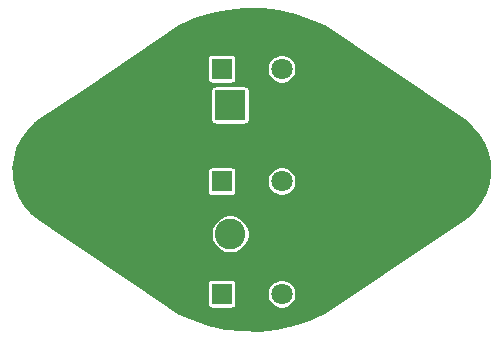
<source format=gbr>
G04 #@! TF.GenerationSoftware,KiCad,Pcbnew,(5.1.2)-1*
G04 #@! TF.CreationDate,2020-04-06T18:09:32-04:00*
G04 #@! TF.ProjectId,LM323K,4c4d3332-334b-42e6-9b69-6361645f7063,rev?*
G04 #@! TF.SameCoordinates,Original*
G04 #@! TF.FileFunction,Copper,L2,Bot*
G04 #@! TF.FilePolarity,Positive*
%FSLAX46Y46*%
G04 Gerber Fmt 4.6, Leading zero omitted, Abs format (unit mm)*
G04 Created by KiCad (PCBNEW (5.1.2)-1) date 2020-04-06 18:09:32*
%MOMM*%
%LPD*%
G04 APERTURE LIST*
%ADD10R,2.600000X2.600000*%
%ADD11C,2.600000*%
%ADD12C,6.350000*%
%ADD13R,1.800000X1.800000*%
%ADD14C,1.800000*%
%ADD15C,3.000000*%
%ADD16C,0.800000*%
%ADD17C,0.234000*%
G04 APERTURE END LIST*
D10*
X93678330Y-51708226D03*
D11*
X93678330Y-62628226D03*
D12*
X80378330Y-57158226D03*
X110578330Y-57158226D03*
D13*
X92964000Y-48641000D03*
D14*
X95504000Y-48641000D03*
X98044000Y-48641000D03*
X98044000Y-58166000D03*
X95504000Y-58166000D03*
D13*
X92964000Y-58166000D03*
D14*
X98044000Y-67691000D03*
X95504000Y-67691000D03*
D13*
X92964000Y-67691000D03*
D15*
X106680000Y-50165000D03*
X106680000Y-64135000D03*
D16*
X102895400Y-66802000D03*
X102870000Y-56489600D03*
X102816727Y-47952707D03*
D17*
G36*
X96344888Y-43609217D02*
G01*
X97779757Y-43778017D01*
X99188553Y-44098332D01*
X100556751Y-44567024D01*
X101610974Y-45048785D01*
X113452748Y-53009642D01*
X114119007Y-53563021D01*
X114674142Y-54210987D01*
X115112165Y-54943224D01*
X115420550Y-55738789D01*
X115590483Y-56574951D01*
X115617103Y-57427780D01*
X115499648Y-58272912D01*
X115241479Y-59086163D01*
X114849977Y-59844288D01*
X114336333Y-60525615D01*
X113709472Y-61116086D01*
X113373313Y-61360212D01*
X101614411Y-69265357D01*
X100356939Y-69828101D01*
X98982961Y-70274785D01*
X97569298Y-70572934D01*
X96131958Y-70719174D01*
X94687222Y-70711849D01*
X93251433Y-70551040D01*
X91840870Y-70238571D01*
X90470088Y-69777504D01*
X89361711Y-69278439D01*
X85661645Y-66791000D01*
X91711302Y-66791000D01*
X91711302Y-68591000D01*
X91718079Y-68659808D01*
X91738150Y-68725972D01*
X91770742Y-68786949D01*
X91814605Y-68840395D01*
X91868051Y-68884258D01*
X91929028Y-68916850D01*
X91995192Y-68936921D01*
X92064000Y-68943698D01*
X93864000Y-68943698D01*
X93932808Y-68936921D01*
X93998972Y-68916850D01*
X94059949Y-68884258D01*
X94113395Y-68840395D01*
X94157258Y-68786949D01*
X94189850Y-68725972D01*
X94209921Y-68659808D01*
X94216698Y-68591000D01*
X94216698Y-67567787D01*
X96793000Y-67567787D01*
X96793000Y-67814213D01*
X96841075Y-68055903D01*
X96935378Y-68283571D01*
X97072285Y-68488466D01*
X97246534Y-68662715D01*
X97451429Y-68799622D01*
X97679097Y-68893925D01*
X97920787Y-68942000D01*
X98167213Y-68942000D01*
X98408903Y-68893925D01*
X98636571Y-68799622D01*
X98841466Y-68662715D01*
X99015715Y-68488466D01*
X99152622Y-68283571D01*
X99246925Y-68055903D01*
X99295000Y-67814213D01*
X99295000Y-67567787D01*
X99246925Y-67326097D01*
X99152622Y-67098429D01*
X99015715Y-66893534D01*
X98841466Y-66719285D01*
X98636571Y-66582378D01*
X98408903Y-66488075D01*
X98167213Y-66440000D01*
X97920787Y-66440000D01*
X97679097Y-66488075D01*
X97451429Y-66582378D01*
X97246534Y-66719285D01*
X97072285Y-66893534D01*
X96935378Y-67098429D01*
X96841075Y-67326097D01*
X96793000Y-67567787D01*
X94216698Y-67567787D01*
X94216698Y-66791000D01*
X94209921Y-66722192D01*
X94189850Y-66656028D01*
X94157258Y-66595051D01*
X94113395Y-66541605D01*
X94059949Y-66497742D01*
X93998972Y-66465150D01*
X93932808Y-66445079D01*
X93864000Y-66438302D01*
X92064000Y-66438302D01*
X91995192Y-66445079D01*
X91929028Y-66465150D01*
X91868051Y-66497742D01*
X91814605Y-66541605D01*
X91770742Y-66595051D01*
X91738150Y-66656028D01*
X91718079Y-66722192D01*
X91711302Y-66791000D01*
X85661645Y-66791000D01*
X79227637Y-62465617D01*
X92027330Y-62465617D01*
X92027330Y-62790835D01*
X92090777Y-63109805D01*
X92215233Y-63410268D01*
X92395915Y-63680677D01*
X92625879Y-63910641D01*
X92896288Y-64091323D01*
X93196751Y-64215779D01*
X93515721Y-64279226D01*
X93840939Y-64279226D01*
X94159909Y-64215779D01*
X94460372Y-64091323D01*
X94730781Y-63910641D01*
X94960745Y-63680677D01*
X95141427Y-63410268D01*
X95265883Y-63109805D01*
X95329330Y-62790835D01*
X95329330Y-62465617D01*
X95265883Y-62146647D01*
X95141427Y-61846184D01*
X94960745Y-61575775D01*
X94730781Y-61345811D01*
X94460372Y-61165129D01*
X94159909Y-61040673D01*
X93840939Y-60977226D01*
X93515721Y-60977226D01*
X93196751Y-61040673D01*
X92896288Y-61165129D01*
X92625879Y-61345811D01*
X92395915Y-61575775D01*
X92215233Y-61846184D01*
X92090777Y-62146647D01*
X92027330Y-62465617D01*
X79227637Y-62465617D01*
X77597662Y-61369836D01*
X76921697Y-60834308D01*
X76351730Y-60199342D01*
X75896903Y-59477428D01*
X75570209Y-58689196D01*
X75380997Y-57857193D01*
X75348853Y-57266000D01*
X91711302Y-57266000D01*
X91711302Y-59066000D01*
X91718079Y-59134808D01*
X91738150Y-59200972D01*
X91770742Y-59261949D01*
X91814605Y-59315395D01*
X91868051Y-59359258D01*
X91929028Y-59391850D01*
X91995192Y-59411921D01*
X92064000Y-59418698D01*
X93864000Y-59418698D01*
X93932808Y-59411921D01*
X93998972Y-59391850D01*
X94059949Y-59359258D01*
X94113395Y-59315395D01*
X94157258Y-59261949D01*
X94189850Y-59200972D01*
X94209921Y-59134808D01*
X94216698Y-59066000D01*
X94216698Y-58042787D01*
X96793000Y-58042787D01*
X96793000Y-58289213D01*
X96841075Y-58530903D01*
X96935378Y-58758571D01*
X97072285Y-58963466D01*
X97246534Y-59137715D01*
X97451429Y-59274622D01*
X97679097Y-59368925D01*
X97920787Y-59417000D01*
X98167213Y-59417000D01*
X98408903Y-59368925D01*
X98636571Y-59274622D01*
X98841466Y-59137715D01*
X99015715Y-58963466D01*
X99152622Y-58758571D01*
X99246925Y-58530903D01*
X99295000Y-58289213D01*
X99295000Y-58042787D01*
X99246925Y-57801097D01*
X99152622Y-57573429D01*
X99015715Y-57368534D01*
X98841466Y-57194285D01*
X98636571Y-57057378D01*
X98408903Y-56963075D01*
X98167213Y-56915000D01*
X97920787Y-56915000D01*
X97679097Y-56963075D01*
X97451429Y-57057378D01*
X97246534Y-57194285D01*
X97072285Y-57368534D01*
X96935378Y-57573429D01*
X96841075Y-57801097D01*
X96793000Y-58042787D01*
X94216698Y-58042787D01*
X94216698Y-57266000D01*
X94209921Y-57197192D01*
X94189850Y-57131028D01*
X94157258Y-57070051D01*
X94113395Y-57016605D01*
X94059949Y-56972742D01*
X93998972Y-56940150D01*
X93932808Y-56920079D01*
X93864000Y-56913302D01*
X92064000Y-56913302D01*
X91995192Y-56920079D01*
X91929028Y-56940150D01*
X91868051Y-56972742D01*
X91814605Y-57016605D01*
X91770742Y-57070051D01*
X91738150Y-57131028D01*
X91718079Y-57197192D01*
X91711302Y-57266000D01*
X75348853Y-57266000D01*
X75334673Y-57005203D01*
X75432563Y-56157589D01*
X75671867Y-55338586D01*
X76045744Y-54571607D01*
X76543502Y-53878593D01*
X77156546Y-53273793D01*
X77497378Y-53014034D01*
X81373517Y-50408226D01*
X92025632Y-50408226D01*
X92025632Y-53008226D01*
X92032409Y-53077034D01*
X92052480Y-53143198D01*
X92085072Y-53204175D01*
X92128935Y-53257621D01*
X92182381Y-53301484D01*
X92243358Y-53334076D01*
X92309522Y-53354147D01*
X92378330Y-53360924D01*
X94978330Y-53360924D01*
X95047138Y-53354147D01*
X95113302Y-53334076D01*
X95174279Y-53301484D01*
X95227725Y-53257621D01*
X95271588Y-53204175D01*
X95304180Y-53143198D01*
X95324251Y-53077034D01*
X95331028Y-53008226D01*
X95331028Y-50408226D01*
X95324251Y-50339418D01*
X95304180Y-50273254D01*
X95271588Y-50212277D01*
X95227725Y-50158831D01*
X95174279Y-50114968D01*
X95113302Y-50082376D01*
X95047138Y-50062305D01*
X94978330Y-50055528D01*
X92378330Y-50055528D01*
X92309522Y-50062305D01*
X92243358Y-50082376D01*
X92182381Y-50114968D01*
X92128935Y-50158831D01*
X92085072Y-50212277D01*
X92052480Y-50273254D01*
X92032409Y-50339418D01*
X92025632Y-50408226D01*
X81373517Y-50408226D01*
X85341017Y-47741000D01*
X91711302Y-47741000D01*
X91711302Y-49541000D01*
X91718079Y-49609808D01*
X91738150Y-49675972D01*
X91770742Y-49736949D01*
X91814605Y-49790395D01*
X91868051Y-49834258D01*
X91929028Y-49866850D01*
X91995192Y-49886921D01*
X92064000Y-49893698D01*
X93864000Y-49893698D01*
X93932808Y-49886921D01*
X93998972Y-49866850D01*
X94059949Y-49834258D01*
X94113395Y-49790395D01*
X94157258Y-49736949D01*
X94189850Y-49675972D01*
X94209921Y-49609808D01*
X94216698Y-49541000D01*
X94216698Y-48517787D01*
X96793000Y-48517787D01*
X96793000Y-48764213D01*
X96841075Y-49005903D01*
X96935378Y-49233571D01*
X97072285Y-49438466D01*
X97246534Y-49612715D01*
X97451429Y-49749622D01*
X97679097Y-49843925D01*
X97920787Y-49892000D01*
X98167213Y-49892000D01*
X98408903Y-49843925D01*
X98636571Y-49749622D01*
X98841466Y-49612715D01*
X99015715Y-49438466D01*
X99152622Y-49233571D01*
X99246925Y-49005903D01*
X99295000Y-48764213D01*
X99295000Y-48517787D01*
X99246925Y-48276097D01*
X99152622Y-48048429D01*
X99015715Y-47843534D01*
X98841466Y-47669285D01*
X98636571Y-47532378D01*
X98408903Y-47438075D01*
X98167213Y-47390000D01*
X97920787Y-47390000D01*
X97679097Y-47438075D01*
X97451429Y-47532378D01*
X97246534Y-47669285D01*
X97072285Y-47843534D01*
X96935378Y-48048429D01*
X96841075Y-48276097D01*
X96793000Y-48517787D01*
X94216698Y-48517787D01*
X94216698Y-47741000D01*
X94209921Y-47672192D01*
X94189850Y-47606028D01*
X94157258Y-47545051D01*
X94113395Y-47491605D01*
X94059949Y-47447742D01*
X93998972Y-47415150D01*
X93932808Y-47395079D01*
X93864000Y-47388302D01*
X92064000Y-47388302D01*
X91995192Y-47395079D01*
X91929028Y-47415150D01*
X91868051Y-47447742D01*
X91814605Y-47491605D01*
X91770742Y-47545051D01*
X91738150Y-47606028D01*
X91718079Y-47672192D01*
X91711302Y-47741000D01*
X85341017Y-47741000D01*
X89360475Y-45038844D01*
X90670331Y-44461388D01*
X92046776Y-44022359D01*
X93462075Y-43732084D01*
X94900205Y-43593849D01*
X96344888Y-43609217D01*
X96344888Y-43609217D01*
G37*
X96344888Y-43609217D02*
X97779757Y-43778017D01*
X99188553Y-44098332D01*
X100556751Y-44567024D01*
X101610974Y-45048785D01*
X113452748Y-53009642D01*
X114119007Y-53563021D01*
X114674142Y-54210987D01*
X115112165Y-54943224D01*
X115420550Y-55738789D01*
X115590483Y-56574951D01*
X115617103Y-57427780D01*
X115499648Y-58272912D01*
X115241479Y-59086163D01*
X114849977Y-59844288D01*
X114336333Y-60525615D01*
X113709472Y-61116086D01*
X113373313Y-61360212D01*
X101614411Y-69265357D01*
X100356939Y-69828101D01*
X98982961Y-70274785D01*
X97569298Y-70572934D01*
X96131958Y-70719174D01*
X94687222Y-70711849D01*
X93251433Y-70551040D01*
X91840870Y-70238571D01*
X90470088Y-69777504D01*
X89361711Y-69278439D01*
X85661645Y-66791000D01*
X91711302Y-66791000D01*
X91711302Y-68591000D01*
X91718079Y-68659808D01*
X91738150Y-68725972D01*
X91770742Y-68786949D01*
X91814605Y-68840395D01*
X91868051Y-68884258D01*
X91929028Y-68916850D01*
X91995192Y-68936921D01*
X92064000Y-68943698D01*
X93864000Y-68943698D01*
X93932808Y-68936921D01*
X93998972Y-68916850D01*
X94059949Y-68884258D01*
X94113395Y-68840395D01*
X94157258Y-68786949D01*
X94189850Y-68725972D01*
X94209921Y-68659808D01*
X94216698Y-68591000D01*
X94216698Y-67567787D01*
X96793000Y-67567787D01*
X96793000Y-67814213D01*
X96841075Y-68055903D01*
X96935378Y-68283571D01*
X97072285Y-68488466D01*
X97246534Y-68662715D01*
X97451429Y-68799622D01*
X97679097Y-68893925D01*
X97920787Y-68942000D01*
X98167213Y-68942000D01*
X98408903Y-68893925D01*
X98636571Y-68799622D01*
X98841466Y-68662715D01*
X99015715Y-68488466D01*
X99152622Y-68283571D01*
X99246925Y-68055903D01*
X99295000Y-67814213D01*
X99295000Y-67567787D01*
X99246925Y-67326097D01*
X99152622Y-67098429D01*
X99015715Y-66893534D01*
X98841466Y-66719285D01*
X98636571Y-66582378D01*
X98408903Y-66488075D01*
X98167213Y-66440000D01*
X97920787Y-66440000D01*
X97679097Y-66488075D01*
X97451429Y-66582378D01*
X97246534Y-66719285D01*
X97072285Y-66893534D01*
X96935378Y-67098429D01*
X96841075Y-67326097D01*
X96793000Y-67567787D01*
X94216698Y-67567787D01*
X94216698Y-66791000D01*
X94209921Y-66722192D01*
X94189850Y-66656028D01*
X94157258Y-66595051D01*
X94113395Y-66541605D01*
X94059949Y-66497742D01*
X93998972Y-66465150D01*
X93932808Y-66445079D01*
X93864000Y-66438302D01*
X92064000Y-66438302D01*
X91995192Y-66445079D01*
X91929028Y-66465150D01*
X91868051Y-66497742D01*
X91814605Y-66541605D01*
X91770742Y-66595051D01*
X91738150Y-66656028D01*
X91718079Y-66722192D01*
X91711302Y-66791000D01*
X85661645Y-66791000D01*
X79227637Y-62465617D01*
X92027330Y-62465617D01*
X92027330Y-62790835D01*
X92090777Y-63109805D01*
X92215233Y-63410268D01*
X92395915Y-63680677D01*
X92625879Y-63910641D01*
X92896288Y-64091323D01*
X93196751Y-64215779D01*
X93515721Y-64279226D01*
X93840939Y-64279226D01*
X94159909Y-64215779D01*
X94460372Y-64091323D01*
X94730781Y-63910641D01*
X94960745Y-63680677D01*
X95141427Y-63410268D01*
X95265883Y-63109805D01*
X95329330Y-62790835D01*
X95329330Y-62465617D01*
X95265883Y-62146647D01*
X95141427Y-61846184D01*
X94960745Y-61575775D01*
X94730781Y-61345811D01*
X94460372Y-61165129D01*
X94159909Y-61040673D01*
X93840939Y-60977226D01*
X93515721Y-60977226D01*
X93196751Y-61040673D01*
X92896288Y-61165129D01*
X92625879Y-61345811D01*
X92395915Y-61575775D01*
X92215233Y-61846184D01*
X92090777Y-62146647D01*
X92027330Y-62465617D01*
X79227637Y-62465617D01*
X77597662Y-61369836D01*
X76921697Y-60834308D01*
X76351730Y-60199342D01*
X75896903Y-59477428D01*
X75570209Y-58689196D01*
X75380997Y-57857193D01*
X75348853Y-57266000D01*
X91711302Y-57266000D01*
X91711302Y-59066000D01*
X91718079Y-59134808D01*
X91738150Y-59200972D01*
X91770742Y-59261949D01*
X91814605Y-59315395D01*
X91868051Y-59359258D01*
X91929028Y-59391850D01*
X91995192Y-59411921D01*
X92064000Y-59418698D01*
X93864000Y-59418698D01*
X93932808Y-59411921D01*
X93998972Y-59391850D01*
X94059949Y-59359258D01*
X94113395Y-59315395D01*
X94157258Y-59261949D01*
X94189850Y-59200972D01*
X94209921Y-59134808D01*
X94216698Y-59066000D01*
X94216698Y-58042787D01*
X96793000Y-58042787D01*
X96793000Y-58289213D01*
X96841075Y-58530903D01*
X96935378Y-58758571D01*
X97072285Y-58963466D01*
X97246534Y-59137715D01*
X97451429Y-59274622D01*
X97679097Y-59368925D01*
X97920787Y-59417000D01*
X98167213Y-59417000D01*
X98408903Y-59368925D01*
X98636571Y-59274622D01*
X98841466Y-59137715D01*
X99015715Y-58963466D01*
X99152622Y-58758571D01*
X99246925Y-58530903D01*
X99295000Y-58289213D01*
X99295000Y-58042787D01*
X99246925Y-57801097D01*
X99152622Y-57573429D01*
X99015715Y-57368534D01*
X98841466Y-57194285D01*
X98636571Y-57057378D01*
X98408903Y-56963075D01*
X98167213Y-56915000D01*
X97920787Y-56915000D01*
X97679097Y-56963075D01*
X97451429Y-57057378D01*
X97246534Y-57194285D01*
X97072285Y-57368534D01*
X96935378Y-57573429D01*
X96841075Y-57801097D01*
X96793000Y-58042787D01*
X94216698Y-58042787D01*
X94216698Y-57266000D01*
X94209921Y-57197192D01*
X94189850Y-57131028D01*
X94157258Y-57070051D01*
X94113395Y-57016605D01*
X94059949Y-56972742D01*
X93998972Y-56940150D01*
X93932808Y-56920079D01*
X93864000Y-56913302D01*
X92064000Y-56913302D01*
X91995192Y-56920079D01*
X91929028Y-56940150D01*
X91868051Y-56972742D01*
X91814605Y-57016605D01*
X91770742Y-57070051D01*
X91738150Y-57131028D01*
X91718079Y-57197192D01*
X91711302Y-57266000D01*
X75348853Y-57266000D01*
X75334673Y-57005203D01*
X75432563Y-56157589D01*
X75671867Y-55338586D01*
X76045744Y-54571607D01*
X76543502Y-53878593D01*
X77156546Y-53273793D01*
X77497378Y-53014034D01*
X81373517Y-50408226D01*
X92025632Y-50408226D01*
X92025632Y-53008226D01*
X92032409Y-53077034D01*
X92052480Y-53143198D01*
X92085072Y-53204175D01*
X92128935Y-53257621D01*
X92182381Y-53301484D01*
X92243358Y-53334076D01*
X92309522Y-53354147D01*
X92378330Y-53360924D01*
X94978330Y-53360924D01*
X95047138Y-53354147D01*
X95113302Y-53334076D01*
X95174279Y-53301484D01*
X95227725Y-53257621D01*
X95271588Y-53204175D01*
X95304180Y-53143198D01*
X95324251Y-53077034D01*
X95331028Y-53008226D01*
X95331028Y-50408226D01*
X95324251Y-50339418D01*
X95304180Y-50273254D01*
X95271588Y-50212277D01*
X95227725Y-50158831D01*
X95174279Y-50114968D01*
X95113302Y-50082376D01*
X95047138Y-50062305D01*
X94978330Y-50055528D01*
X92378330Y-50055528D01*
X92309522Y-50062305D01*
X92243358Y-50082376D01*
X92182381Y-50114968D01*
X92128935Y-50158831D01*
X92085072Y-50212277D01*
X92052480Y-50273254D01*
X92032409Y-50339418D01*
X92025632Y-50408226D01*
X81373517Y-50408226D01*
X85341017Y-47741000D01*
X91711302Y-47741000D01*
X91711302Y-49541000D01*
X91718079Y-49609808D01*
X91738150Y-49675972D01*
X91770742Y-49736949D01*
X91814605Y-49790395D01*
X91868051Y-49834258D01*
X91929028Y-49866850D01*
X91995192Y-49886921D01*
X92064000Y-49893698D01*
X93864000Y-49893698D01*
X93932808Y-49886921D01*
X93998972Y-49866850D01*
X94059949Y-49834258D01*
X94113395Y-49790395D01*
X94157258Y-49736949D01*
X94189850Y-49675972D01*
X94209921Y-49609808D01*
X94216698Y-49541000D01*
X94216698Y-48517787D01*
X96793000Y-48517787D01*
X96793000Y-48764213D01*
X96841075Y-49005903D01*
X96935378Y-49233571D01*
X97072285Y-49438466D01*
X97246534Y-49612715D01*
X97451429Y-49749622D01*
X97679097Y-49843925D01*
X97920787Y-49892000D01*
X98167213Y-49892000D01*
X98408903Y-49843925D01*
X98636571Y-49749622D01*
X98841466Y-49612715D01*
X99015715Y-49438466D01*
X99152622Y-49233571D01*
X99246925Y-49005903D01*
X99295000Y-48764213D01*
X99295000Y-48517787D01*
X99246925Y-48276097D01*
X99152622Y-48048429D01*
X99015715Y-47843534D01*
X98841466Y-47669285D01*
X98636571Y-47532378D01*
X98408903Y-47438075D01*
X98167213Y-47390000D01*
X97920787Y-47390000D01*
X97679097Y-47438075D01*
X97451429Y-47532378D01*
X97246534Y-47669285D01*
X97072285Y-47843534D01*
X96935378Y-48048429D01*
X96841075Y-48276097D01*
X96793000Y-48517787D01*
X94216698Y-48517787D01*
X94216698Y-47741000D01*
X94209921Y-47672192D01*
X94189850Y-47606028D01*
X94157258Y-47545051D01*
X94113395Y-47491605D01*
X94059949Y-47447742D01*
X93998972Y-47415150D01*
X93932808Y-47395079D01*
X93864000Y-47388302D01*
X92064000Y-47388302D01*
X91995192Y-47395079D01*
X91929028Y-47415150D01*
X91868051Y-47447742D01*
X91814605Y-47491605D01*
X91770742Y-47545051D01*
X91738150Y-47606028D01*
X91718079Y-47672192D01*
X91711302Y-47741000D01*
X85341017Y-47741000D01*
X89360475Y-45038844D01*
X90670331Y-44461388D01*
X92046776Y-44022359D01*
X93462075Y-43732084D01*
X94900205Y-43593849D01*
X96344888Y-43609217D01*
M02*

</source>
